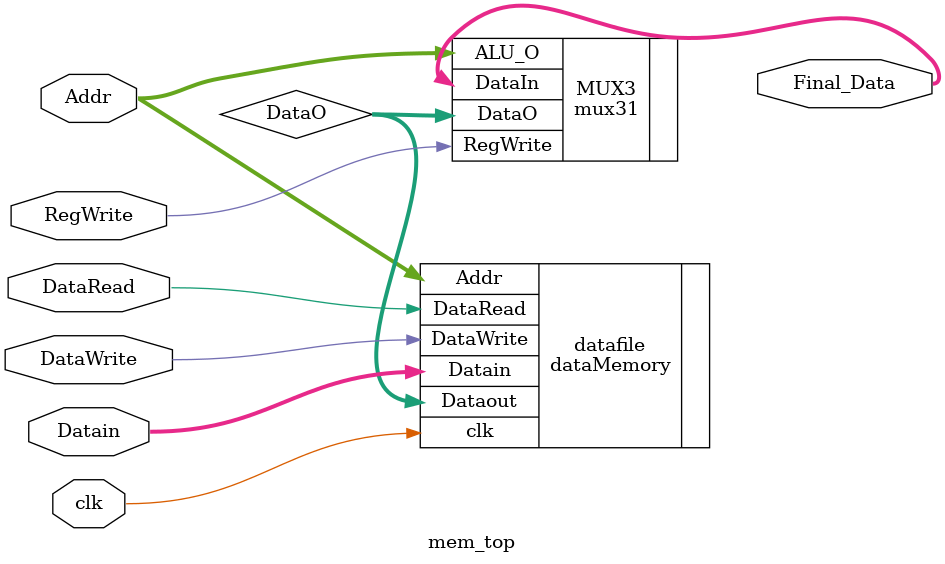
<source format=sv>
module mem_top #(parameter N = 32) (
  input logic [N-1:0] Addr,
  input logic [N-1:0] Datain,
  //output logic [N-1:0] Dataout,
  output logic [N-1:0] Final_Data,
  
  
  input logic clk,RegWrite,
  input logic DataRead,
  input logic DataWrite
  
);
  
  logic[N-1:0] DataO;
  
  dataMemory #(32, 32) datafile (
    .Addr(Addr),
    .Datain(Datain),
    .Dataout(DataO),  // This was missing in your instantiation
    .clk(clk),
    .DataRead(DataRead),
    .DataWrite(DataWrite)
  );
  
  mux31 #(32) MUX3 (
    .DataO(DataO),
    .ALU_O(Addr),
    .RegWrite(RegWrite),
    .DataIn(Final_Data)
);endmodule
</source>
